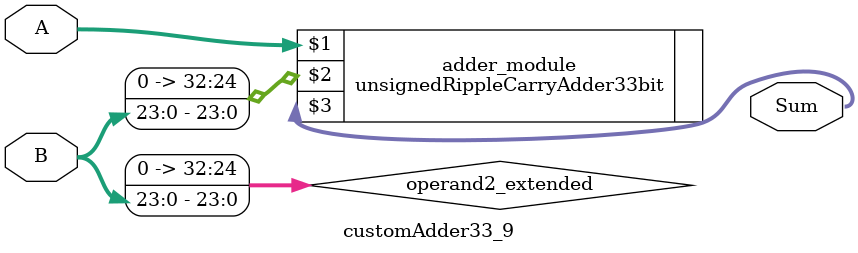
<source format=v>
module customAdder33_9(
                        input [32 : 0] A,
                        input [23 : 0] B,
                        
                        output [33 : 0] Sum
                );

        wire [32 : 0] operand2_extended;
        
        assign operand2_extended =  {9'b0, B};
        
        unsignedRippleCarryAdder33bit adder_module(
            A,
            operand2_extended,
            Sum
        );
        
        endmodule
        
</source>
